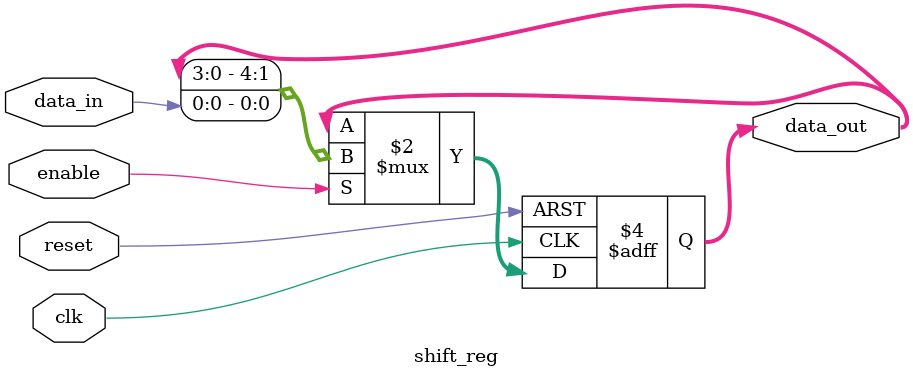
<source format=v>
`timescale 1ns / 1ps



module shift_reg 
(
  input wire clk, 
  input wire reset, 
  input wire data_in, 
  input wire enable,
  output reg [4:0] data_out 
); 
 

always @(posedge clk or posedge reset) begin 
  if (reset) begin 
    data_out <= 5'b00000; 
  end 
  else if(enable) begin 
      data_out <= {data_out[3:0], data_in}; 
    end 
end 
 
endmodule 
</source>
